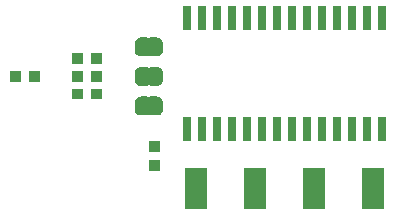
<source format=gbs>
G04 #@! TF.GenerationSoftware,KiCad,Pcbnew,(5.0.2)-1*
G04 #@! TF.CreationDate,2019-01-07T22:52:12+09:00*
G04 #@! TF.ProjectId,Grass,47726173-732e-46b6-9963-61645f706362,rev?*
G04 #@! TF.SameCoordinates,Original*
G04 #@! TF.FileFunction,Soldermask,Bot*
G04 #@! TF.FilePolarity,Negative*
%FSLAX46Y46*%
G04 Gerber Fmt 4.6, Leading zero omitted, Abs format (unit mm)*
G04 Created by KiCad (PCBNEW (5.0.2)-1) date 2019/01/07 22:52:12*
%MOMM*%
%LPD*%
G01*
G04 APERTURE LIST*
%ADD10C,0.100000*%
G04 APERTURE END LIST*
D10*
G36*
X138451000Y-152751000D02*
X136549000Y-152751000D01*
X136549000Y-149249000D01*
X138451000Y-149249000D01*
X138451000Y-152751000D01*
X138451000Y-152751000D01*
G37*
G36*
X128451000Y-152751000D02*
X126549000Y-152751000D01*
X126549000Y-149249000D01*
X128451000Y-149249000D01*
X128451000Y-152751000D01*
X128451000Y-152751000D01*
G37*
G36*
X123451000Y-152751000D02*
X121549000Y-152751000D01*
X121549000Y-149249000D01*
X123451000Y-149249000D01*
X123451000Y-152751000D01*
X123451000Y-152751000D01*
G37*
G36*
X133451000Y-152751000D02*
X131549000Y-152751000D01*
X131549000Y-149249000D01*
X133451000Y-149249000D01*
X133451000Y-152751000D01*
X133451000Y-152751000D01*
G37*
G36*
X119451000Y-149501000D02*
X118549000Y-149501000D01*
X118549000Y-148599000D01*
X119451000Y-148599000D01*
X119451000Y-149501000D01*
X119451000Y-149501000D01*
G37*
G36*
X119451000Y-147901000D02*
X118549000Y-147901000D01*
X118549000Y-146999000D01*
X119451000Y-146999000D01*
X119451000Y-147901000D01*
X119451000Y-147901000D01*
G37*
G36*
X125906000Y-147001000D02*
X125204000Y-147001000D01*
X125204000Y-144899000D01*
X125906000Y-144899000D01*
X125906000Y-147001000D01*
X125906000Y-147001000D01*
G37*
G36*
X122096000Y-147001000D02*
X121394000Y-147001000D01*
X121394000Y-144899000D01*
X122096000Y-144899000D01*
X122096000Y-147001000D01*
X122096000Y-147001000D01*
G37*
G36*
X123366000Y-147001000D02*
X122664000Y-147001000D01*
X122664000Y-144899000D01*
X123366000Y-144899000D01*
X123366000Y-147001000D01*
X123366000Y-147001000D01*
G37*
G36*
X124636000Y-147001000D02*
X123934000Y-147001000D01*
X123934000Y-144899000D01*
X124636000Y-144899000D01*
X124636000Y-147001000D01*
X124636000Y-147001000D01*
G37*
G36*
X127176000Y-147001000D02*
X126474000Y-147001000D01*
X126474000Y-144899000D01*
X127176000Y-144899000D01*
X127176000Y-147001000D01*
X127176000Y-147001000D01*
G37*
G36*
X129716000Y-147001000D02*
X129014000Y-147001000D01*
X129014000Y-144899000D01*
X129716000Y-144899000D01*
X129716000Y-147001000D01*
X129716000Y-147001000D01*
G37*
G36*
X130986000Y-147001000D02*
X130284000Y-147001000D01*
X130284000Y-144899000D01*
X130986000Y-144899000D01*
X130986000Y-147001000D01*
X130986000Y-147001000D01*
G37*
G36*
X136066000Y-147001000D02*
X135364000Y-147001000D01*
X135364000Y-144899000D01*
X136066000Y-144899000D01*
X136066000Y-147001000D01*
X136066000Y-147001000D01*
G37*
G36*
X137336000Y-147001000D02*
X136634000Y-147001000D01*
X136634000Y-144899000D01*
X137336000Y-144899000D01*
X137336000Y-147001000D01*
X137336000Y-147001000D01*
G37*
G36*
X128446000Y-147001000D02*
X127744000Y-147001000D01*
X127744000Y-144899000D01*
X128446000Y-144899000D01*
X128446000Y-147001000D01*
X128446000Y-147001000D01*
G37*
G36*
X138606000Y-147001000D02*
X137904000Y-147001000D01*
X137904000Y-144899000D01*
X138606000Y-144899000D01*
X138606000Y-147001000D01*
X138606000Y-147001000D01*
G37*
G36*
X133526000Y-147001000D02*
X132824000Y-147001000D01*
X132824000Y-144899000D01*
X133526000Y-144899000D01*
X133526000Y-147001000D01*
X133526000Y-147001000D01*
G37*
G36*
X132256000Y-147001000D02*
X131554000Y-147001000D01*
X131554000Y-144899000D01*
X132256000Y-144899000D01*
X132256000Y-147001000D01*
X132256000Y-147001000D01*
G37*
G36*
X134796000Y-147001000D02*
X134094000Y-147001000D01*
X134094000Y-144899000D01*
X134796000Y-144899000D01*
X134796000Y-147001000D01*
X134796000Y-147001000D01*
G37*
G36*
X118359999Y-143199737D02*
X118369611Y-143202653D01*
X118378469Y-143207388D01*
X118386237Y-143213763D01*
X118396446Y-143226202D01*
X118403372Y-143236568D01*
X118420698Y-143253895D01*
X118441073Y-143267510D01*
X118463711Y-143276888D01*
X118487745Y-143281669D01*
X118512249Y-143281669D01*
X118536283Y-143276889D01*
X118558922Y-143267513D01*
X118579297Y-143253899D01*
X118596624Y-143236573D01*
X118603552Y-143226204D01*
X118613763Y-143213763D01*
X118621531Y-143207388D01*
X118630389Y-143202653D01*
X118640001Y-143199737D01*
X118656140Y-143198148D01*
X119143860Y-143198148D01*
X119162198Y-143199954D01*
X119174450Y-143200556D01*
X119192869Y-143200556D01*
X119215149Y-143202750D01*
X119299236Y-143219476D01*
X119320655Y-143225974D01*
X119399871Y-143258785D01*
X119419607Y-143269335D01*
X119490897Y-143316969D01*
X119508208Y-143331176D01*
X119568824Y-143391792D01*
X119583031Y-143409103D01*
X119630665Y-143480393D01*
X119641215Y-143500129D01*
X119674026Y-143579345D01*
X119680524Y-143600764D01*
X119697250Y-143684851D01*
X119699444Y-143707131D01*
X119699444Y-143725550D01*
X119700046Y-143737802D01*
X119701852Y-143756140D01*
X119701852Y-144243861D01*
X119700046Y-144262198D01*
X119699444Y-144274450D01*
X119699444Y-144292869D01*
X119697250Y-144315149D01*
X119680524Y-144399236D01*
X119674026Y-144420655D01*
X119641215Y-144499871D01*
X119630665Y-144519607D01*
X119583031Y-144590897D01*
X119568824Y-144608208D01*
X119508208Y-144668824D01*
X119490897Y-144683031D01*
X119419607Y-144730665D01*
X119399871Y-144741215D01*
X119320655Y-144774026D01*
X119299236Y-144780524D01*
X119215149Y-144797250D01*
X119192869Y-144799444D01*
X119174450Y-144799444D01*
X119162198Y-144800046D01*
X119143861Y-144801852D01*
X118656140Y-144801852D01*
X118640001Y-144800263D01*
X118630389Y-144797347D01*
X118621531Y-144792612D01*
X118613763Y-144786237D01*
X118603554Y-144773798D01*
X118596628Y-144763432D01*
X118579302Y-144746105D01*
X118558927Y-144732490D01*
X118536289Y-144723112D01*
X118512255Y-144718331D01*
X118487751Y-144718331D01*
X118463717Y-144723111D01*
X118441078Y-144732487D01*
X118420703Y-144746101D01*
X118403376Y-144763427D01*
X118396448Y-144773796D01*
X118386237Y-144786237D01*
X118378469Y-144792612D01*
X118369611Y-144797347D01*
X118359999Y-144800263D01*
X118343860Y-144801852D01*
X117856139Y-144801852D01*
X117837802Y-144800046D01*
X117825550Y-144799444D01*
X117807131Y-144799444D01*
X117784851Y-144797250D01*
X117700764Y-144780524D01*
X117679345Y-144774026D01*
X117600129Y-144741215D01*
X117580393Y-144730665D01*
X117509103Y-144683031D01*
X117491792Y-144668824D01*
X117431176Y-144608208D01*
X117416969Y-144590897D01*
X117369335Y-144519607D01*
X117358785Y-144499871D01*
X117325974Y-144420655D01*
X117319476Y-144399236D01*
X117302750Y-144315149D01*
X117300556Y-144292869D01*
X117300556Y-144274450D01*
X117299954Y-144262198D01*
X117298148Y-144243861D01*
X117298148Y-143756140D01*
X117299954Y-143737802D01*
X117300556Y-143725550D01*
X117300556Y-143707131D01*
X117302750Y-143684851D01*
X117319476Y-143600764D01*
X117325974Y-143579345D01*
X117358785Y-143500129D01*
X117369335Y-143480393D01*
X117416969Y-143409103D01*
X117431176Y-143391792D01*
X117491792Y-143331176D01*
X117509103Y-143316969D01*
X117580393Y-143269335D01*
X117600129Y-143258785D01*
X117679345Y-143225974D01*
X117700764Y-143219476D01*
X117784851Y-143202750D01*
X117807131Y-143200556D01*
X117825550Y-143200556D01*
X117837802Y-143199954D01*
X117856140Y-143198148D01*
X118343860Y-143198148D01*
X118359999Y-143199737D01*
X118359999Y-143199737D01*
G37*
G36*
X114501000Y-143451000D02*
X113599000Y-143451000D01*
X113599000Y-142549000D01*
X114501000Y-142549000D01*
X114501000Y-143451000D01*
X114501000Y-143451000D01*
G37*
G36*
X112901000Y-143451000D02*
X111999000Y-143451000D01*
X111999000Y-142549000D01*
X112901000Y-142549000D01*
X112901000Y-143451000D01*
X112901000Y-143451000D01*
G37*
G36*
X118359999Y-140699737D02*
X118369611Y-140702653D01*
X118378469Y-140707388D01*
X118386237Y-140713763D01*
X118396446Y-140726202D01*
X118403372Y-140736568D01*
X118420698Y-140753895D01*
X118441073Y-140767510D01*
X118463711Y-140776888D01*
X118487745Y-140781669D01*
X118512249Y-140781669D01*
X118536283Y-140776889D01*
X118558922Y-140767513D01*
X118579297Y-140753899D01*
X118596624Y-140736573D01*
X118603552Y-140726204D01*
X118613763Y-140713763D01*
X118621531Y-140707388D01*
X118630389Y-140702653D01*
X118640001Y-140699737D01*
X118656140Y-140698148D01*
X119143860Y-140698148D01*
X119162198Y-140699954D01*
X119174450Y-140700556D01*
X119192869Y-140700556D01*
X119215149Y-140702750D01*
X119299236Y-140719476D01*
X119320655Y-140725974D01*
X119399871Y-140758785D01*
X119419607Y-140769335D01*
X119490897Y-140816969D01*
X119508208Y-140831176D01*
X119568824Y-140891792D01*
X119583031Y-140909103D01*
X119630665Y-140980393D01*
X119641215Y-141000129D01*
X119674026Y-141079345D01*
X119680524Y-141100764D01*
X119697250Y-141184851D01*
X119699444Y-141207131D01*
X119699444Y-141225550D01*
X119700046Y-141237802D01*
X119701852Y-141256140D01*
X119701852Y-141743861D01*
X119700046Y-141762198D01*
X119699444Y-141774450D01*
X119699444Y-141792869D01*
X119697250Y-141815149D01*
X119680524Y-141899236D01*
X119674026Y-141920655D01*
X119641215Y-141999871D01*
X119630665Y-142019607D01*
X119583031Y-142090897D01*
X119568824Y-142108208D01*
X119508208Y-142168824D01*
X119490897Y-142183031D01*
X119419607Y-142230665D01*
X119399871Y-142241215D01*
X119320655Y-142274026D01*
X119299236Y-142280524D01*
X119215149Y-142297250D01*
X119192869Y-142299444D01*
X119174450Y-142299444D01*
X119162198Y-142300046D01*
X119143861Y-142301852D01*
X118656140Y-142301852D01*
X118640001Y-142300263D01*
X118630389Y-142297347D01*
X118621531Y-142292612D01*
X118613763Y-142286237D01*
X118603554Y-142273798D01*
X118596628Y-142263432D01*
X118579302Y-142246105D01*
X118558927Y-142232490D01*
X118536289Y-142223112D01*
X118512255Y-142218331D01*
X118487751Y-142218331D01*
X118463717Y-142223111D01*
X118441078Y-142232487D01*
X118420703Y-142246101D01*
X118403376Y-142263427D01*
X118396448Y-142273796D01*
X118386237Y-142286237D01*
X118378469Y-142292612D01*
X118369611Y-142297347D01*
X118359999Y-142300263D01*
X118343860Y-142301852D01*
X117856139Y-142301852D01*
X117837802Y-142300046D01*
X117825550Y-142299444D01*
X117807131Y-142299444D01*
X117784851Y-142297250D01*
X117700764Y-142280524D01*
X117679345Y-142274026D01*
X117600129Y-142241215D01*
X117580393Y-142230665D01*
X117509103Y-142183031D01*
X117491792Y-142168824D01*
X117431176Y-142108208D01*
X117416969Y-142090897D01*
X117369335Y-142019607D01*
X117358785Y-141999871D01*
X117325974Y-141920655D01*
X117319476Y-141899236D01*
X117302750Y-141815149D01*
X117300556Y-141792869D01*
X117300556Y-141774450D01*
X117299954Y-141762198D01*
X117298148Y-141743861D01*
X117298148Y-141256140D01*
X117299954Y-141237802D01*
X117300556Y-141225550D01*
X117300556Y-141207131D01*
X117302750Y-141184851D01*
X117319476Y-141100764D01*
X117325974Y-141079345D01*
X117358785Y-141000129D01*
X117369335Y-140980393D01*
X117416969Y-140909103D01*
X117431176Y-140891792D01*
X117491792Y-140831176D01*
X117509103Y-140816969D01*
X117580393Y-140769335D01*
X117600129Y-140758785D01*
X117679345Y-140725974D01*
X117700764Y-140719476D01*
X117784851Y-140702750D01*
X117807131Y-140700556D01*
X117825550Y-140700556D01*
X117837802Y-140699954D01*
X117856140Y-140698148D01*
X118343860Y-140698148D01*
X118359999Y-140699737D01*
X118359999Y-140699737D01*
G37*
G36*
X109251000Y-141951000D02*
X108349000Y-141951000D01*
X108349000Y-141049000D01*
X109251000Y-141049000D01*
X109251000Y-141951000D01*
X109251000Y-141951000D01*
G37*
G36*
X114501000Y-141951000D02*
X113599000Y-141951000D01*
X113599000Y-141049000D01*
X114501000Y-141049000D01*
X114501000Y-141951000D01*
X114501000Y-141951000D01*
G37*
G36*
X112901000Y-141951000D02*
X111999000Y-141951000D01*
X111999000Y-141049000D01*
X112901000Y-141049000D01*
X112901000Y-141951000D01*
X112901000Y-141951000D01*
G37*
G36*
X107651000Y-141951000D02*
X106749000Y-141951000D01*
X106749000Y-141049000D01*
X107651000Y-141049000D01*
X107651000Y-141951000D01*
X107651000Y-141951000D01*
G37*
G36*
X112901000Y-140451000D02*
X111999000Y-140451000D01*
X111999000Y-139549000D01*
X112901000Y-139549000D01*
X112901000Y-140451000D01*
X112901000Y-140451000D01*
G37*
G36*
X114501000Y-140451000D02*
X113599000Y-140451000D01*
X113599000Y-139549000D01*
X114501000Y-139549000D01*
X114501000Y-140451000D01*
X114501000Y-140451000D01*
G37*
G36*
X118359999Y-138199737D02*
X118369611Y-138202653D01*
X118378469Y-138207388D01*
X118386237Y-138213763D01*
X118396446Y-138226202D01*
X118403372Y-138236568D01*
X118420698Y-138253895D01*
X118441073Y-138267510D01*
X118463711Y-138276888D01*
X118487745Y-138281669D01*
X118512249Y-138281669D01*
X118536283Y-138276889D01*
X118558922Y-138267513D01*
X118579297Y-138253899D01*
X118596624Y-138236573D01*
X118603552Y-138226204D01*
X118613763Y-138213763D01*
X118621531Y-138207388D01*
X118630389Y-138202653D01*
X118640001Y-138199737D01*
X118656140Y-138198148D01*
X119143860Y-138198148D01*
X119162198Y-138199954D01*
X119174450Y-138200556D01*
X119192869Y-138200556D01*
X119215149Y-138202750D01*
X119299236Y-138219476D01*
X119320655Y-138225974D01*
X119399871Y-138258785D01*
X119419607Y-138269335D01*
X119490897Y-138316969D01*
X119508208Y-138331176D01*
X119568824Y-138391792D01*
X119583031Y-138409103D01*
X119630665Y-138480393D01*
X119641215Y-138500129D01*
X119674026Y-138579345D01*
X119680524Y-138600764D01*
X119697250Y-138684851D01*
X119699444Y-138707131D01*
X119699444Y-138725550D01*
X119700046Y-138737802D01*
X119701852Y-138756140D01*
X119701852Y-139243861D01*
X119700046Y-139262198D01*
X119699444Y-139274450D01*
X119699444Y-139292869D01*
X119697250Y-139315149D01*
X119680524Y-139399236D01*
X119674026Y-139420655D01*
X119641215Y-139499871D01*
X119630665Y-139519607D01*
X119583031Y-139590897D01*
X119568824Y-139608208D01*
X119508208Y-139668824D01*
X119490897Y-139683031D01*
X119419607Y-139730665D01*
X119399871Y-139741215D01*
X119320655Y-139774026D01*
X119299236Y-139780524D01*
X119215149Y-139797250D01*
X119192869Y-139799444D01*
X119174450Y-139799444D01*
X119162198Y-139800046D01*
X119143861Y-139801852D01*
X118656140Y-139801852D01*
X118640001Y-139800263D01*
X118630389Y-139797347D01*
X118621531Y-139792612D01*
X118613763Y-139786237D01*
X118603554Y-139773798D01*
X118596628Y-139763432D01*
X118579302Y-139746105D01*
X118558927Y-139732490D01*
X118536289Y-139723112D01*
X118512255Y-139718331D01*
X118487751Y-139718331D01*
X118463717Y-139723111D01*
X118441078Y-139732487D01*
X118420703Y-139746101D01*
X118403376Y-139763427D01*
X118396448Y-139773796D01*
X118386237Y-139786237D01*
X118378469Y-139792612D01*
X118369611Y-139797347D01*
X118359999Y-139800263D01*
X118343860Y-139801852D01*
X117856139Y-139801852D01*
X117837802Y-139800046D01*
X117825550Y-139799444D01*
X117807131Y-139799444D01*
X117784851Y-139797250D01*
X117700764Y-139780524D01*
X117679345Y-139774026D01*
X117600129Y-139741215D01*
X117580393Y-139730665D01*
X117509103Y-139683031D01*
X117491792Y-139668824D01*
X117431176Y-139608208D01*
X117416969Y-139590897D01*
X117369335Y-139519607D01*
X117358785Y-139499871D01*
X117325974Y-139420655D01*
X117319476Y-139399236D01*
X117302750Y-139315149D01*
X117300556Y-139292869D01*
X117300556Y-139274450D01*
X117299954Y-139262198D01*
X117298148Y-139243861D01*
X117298148Y-138756140D01*
X117299954Y-138737802D01*
X117300556Y-138725550D01*
X117300556Y-138707131D01*
X117302750Y-138684851D01*
X117319476Y-138600764D01*
X117325974Y-138579345D01*
X117358785Y-138500129D01*
X117369335Y-138480393D01*
X117416969Y-138409103D01*
X117431176Y-138391792D01*
X117491792Y-138331176D01*
X117509103Y-138316969D01*
X117580393Y-138269335D01*
X117600129Y-138258785D01*
X117679345Y-138225974D01*
X117700764Y-138219476D01*
X117784851Y-138202750D01*
X117807131Y-138200556D01*
X117825550Y-138200556D01*
X117837802Y-138199954D01*
X117856140Y-138198148D01*
X118343860Y-138198148D01*
X118359999Y-138199737D01*
X118359999Y-138199737D01*
G37*
G36*
X123366000Y-137601000D02*
X122664000Y-137601000D01*
X122664000Y-135499000D01*
X123366000Y-135499000D01*
X123366000Y-137601000D01*
X123366000Y-137601000D01*
G37*
G36*
X138606000Y-137601000D02*
X137904000Y-137601000D01*
X137904000Y-135499000D01*
X138606000Y-135499000D01*
X138606000Y-137601000D01*
X138606000Y-137601000D01*
G37*
G36*
X137336000Y-137601000D02*
X136634000Y-137601000D01*
X136634000Y-135499000D01*
X137336000Y-135499000D01*
X137336000Y-137601000D01*
X137336000Y-137601000D01*
G37*
G36*
X136066000Y-137601000D02*
X135364000Y-137601000D01*
X135364000Y-135499000D01*
X136066000Y-135499000D01*
X136066000Y-137601000D01*
X136066000Y-137601000D01*
G37*
G36*
X134796000Y-137601000D02*
X134094000Y-137601000D01*
X134094000Y-135499000D01*
X134796000Y-135499000D01*
X134796000Y-137601000D01*
X134796000Y-137601000D01*
G37*
G36*
X133526000Y-137601000D02*
X132824000Y-137601000D01*
X132824000Y-135499000D01*
X133526000Y-135499000D01*
X133526000Y-137601000D01*
X133526000Y-137601000D01*
G37*
G36*
X132256000Y-137601000D02*
X131554000Y-137601000D01*
X131554000Y-135499000D01*
X132256000Y-135499000D01*
X132256000Y-137601000D01*
X132256000Y-137601000D01*
G37*
G36*
X130986000Y-137601000D02*
X130284000Y-137601000D01*
X130284000Y-135499000D01*
X130986000Y-135499000D01*
X130986000Y-137601000D01*
X130986000Y-137601000D01*
G37*
G36*
X129716000Y-137601000D02*
X129014000Y-137601000D01*
X129014000Y-135499000D01*
X129716000Y-135499000D01*
X129716000Y-137601000D01*
X129716000Y-137601000D01*
G37*
G36*
X128446000Y-137601000D02*
X127744000Y-137601000D01*
X127744000Y-135499000D01*
X128446000Y-135499000D01*
X128446000Y-137601000D01*
X128446000Y-137601000D01*
G37*
G36*
X127176000Y-137601000D02*
X126474000Y-137601000D01*
X126474000Y-135499000D01*
X127176000Y-135499000D01*
X127176000Y-137601000D01*
X127176000Y-137601000D01*
G37*
G36*
X125906000Y-137601000D02*
X125204000Y-137601000D01*
X125204000Y-135499000D01*
X125906000Y-135499000D01*
X125906000Y-137601000D01*
X125906000Y-137601000D01*
G37*
G36*
X122096000Y-137601000D02*
X121394000Y-137601000D01*
X121394000Y-135499000D01*
X122096000Y-135499000D01*
X122096000Y-137601000D01*
X122096000Y-137601000D01*
G37*
G36*
X124636000Y-137601000D02*
X123934000Y-137601000D01*
X123934000Y-135499000D01*
X124636000Y-135499000D01*
X124636000Y-137601000D01*
X124636000Y-137601000D01*
G37*
M02*

</source>
